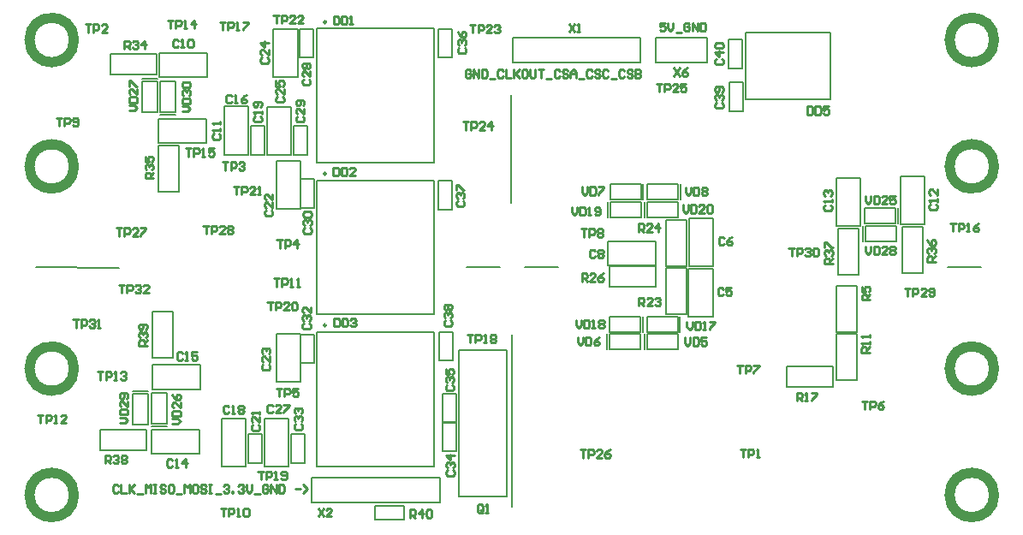
<source format=gbr>
%TF.GenerationSoftware,Altium Limited,Altium Designer,21.6.4 (81)*%
G04 Layer_Color=65535*
%FSLAX43Y43*%
%MOMM*%
%TF.SameCoordinates,C39744A4-4465-455E-AB15-BAA165A4C254*%
%TF.FilePolarity,Positive*%
%TF.FileFunction,Legend,Top*%
%TF.Part,Single*%
G01*
G75*
%TA.AperFunction,NonConductor*%
%ADD26C,0.254*%
%ADD31C,1.000*%
%ADD32C,0.200*%
D26*
X30137Y19775D02*
G03*
X30137Y19775I-112J0D01*
G01*
Y49775D02*
G03*
X30137Y49775I-112J0D01*
G01*
Y34775D02*
G03*
X30137Y34775I-112J0D01*
G01*
X63678Y49701D02*
X63144D01*
Y49301D01*
X63411Y49434D01*
X63544D01*
X63678Y49301D01*
Y49035D01*
X63544Y48901D01*
X63278D01*
X63144Y49035D01*
X63944Y49701D02*
Y49168D01*
X64211Y48901D01*
X64477Y49168D01*
Y49701D01*
X64744Y48768D02*
X65277D01*
X66077Y49568D02*
X65943Y49701D01*
X65677D01*
X65544Y49568D01*
Y49035D01*
X65677Y48901D01*
X65943D01*
X66077Y49035D01*
Y49301D01*
X65810D01*
X66343Y48901D02*
Y49701D01*
X66877Y48901D01*
Y49701D01*
X67143D02*
Y48901D01*
X67543D01*
X67676Y49035D01*
Y49568D01*
X67543Y49701D01*
X67143D01*
X44450Y44945D02*
X44316Y45078D01*
X44050D01*
X43917Y44945D01*
Y44412D01*
X44050Y44278D01*
X44316D01*
X44450Y44412D01*
Y44678D01*
X44183D01*
X44716Y44278D02*
Y45078D01*
X45250Y44278D01*
Y45078D01*
X45516D02*
Y44278D01*
X45916D01*
X46049Y44412D01*
Y44945D01*
X45916Y45078D01*
X45516D01*
X46316Y44145D02*
X46849D01*
X47649Y44945D02*
X47515Y45078D01*
X47249D01*
X47116Y44945D01*
Y44412D01*
X47249Y44278D01*
X47515D01*
X47649Y44412D01*
X47915Y45078D02*
Y44278D01*
X48448D01*
X48715Y45078D02*
Y44278D01*
Y44545D01*
X49248Y45078D01*
X48848Y44678D01*
X49248Y44278D01*
X49915Y45078D02*
X49648D01*
X49515Y44945D01*
Y44412D01*
X49648Y44278D01*
X49915D01*
X50048Y44412D01*
Y44945D01*
X49915Y45078D01*
X50315D02*
Y44412D01*
X50448Y44278D01*
X50714D01*
X50848Y44412D01*
Y45078D01*
X51114D02*
X51647D01*
X51381D01*
Y44278D01*
X51914Y44145D02*
X52447D01*
X53247Y44945D02*
X53114Y45078D01*
X52847D01*
X52714Y44945D01*
Y44412D01*
X52847Y44278D01*
X53114D01*
X53247Y44412D01*
X54047Y44945D02*
X53913Y45078D01*
X53647D01*
X53514Y44945D01*
Y44812D01*
X53647Y44678D01*
X53913D01*
X54047Y44545D01*
Y44412D01*
X53913Y44278D01*
X53647D01*
X53514Y44412D01*
X54313Y44278D02*
Y44812D01*
X54580Y45078D01*
X54846Y44812D01*
Y44278D01*
Y44678D01*
X54313D01*
X55113Y44145D02*
X55646D01*
X56446Y44945D02*
X56313Y45078D01*
X56046D01*
X55913Y44945D01*
Y44412D01*
X56046Y44278D01*
X56313D01*
X56446Y44412D01*
X57246Y44945D02*
X57112Y45078D01*
X56846D01*
X56712Y44945D01*
Y44812D01*
X56846Y44678D01*
X57112D01*
X57246Y44545D01*
Y44412D01*
X57112Y44278D01*
X56846D01*
X56712Y44412D01*
X58045Y44945D02*
X57912Y45078D01*
X57646D01*
X57512Y44945D01*
Y44412D01*
X57646Y44278D01*
X57912D01*
X58045Y44412D01*
X58312Y44145D02*
X58845D01*
X59645Y44945D02*
X59512Y45078D01*
X59245D01*
X59112Y44945D01*
Y44412D01*
X59245Y44278D01*
X59512D01*
X59645Y44412D01*
X60445Y44945D02*
X60311Y45078D01*
X60045D01*
X59911Y44945D01*
Y44812D01*
X60045Y44678D01*
X60311D01*
X60445Y44545D01*
Y44412D01*
X60311Y44278D01*
X60045D01*
X59911Y44412D01*
X60711Y45078D02*
Y44278D01*
X61111D01*
X61244Y44412D01*
Y44545D01*
X61111Y44678D01*
X60711D01*
X61111D01*
X61244Y44812D01*
Y44945D01*
X61111Y45078D01*
X60711D01*
X9601Y3873D02*
X9468Y4006D01*
X9201D01*
X9068Y3873D01*
Y3340D01*
X9201Y3207D01*
X9468D01*
X9601Y3340D01*
X9868Y4006D02*
Y3207D01*
X10401D01*
X10667Y4006D02*
Y3207D01*
Y3473D01*
X11200Y4006D01*
X10801Y3607D01*
X11200Y3207D01*
X11467Y3073D02*
X12000D01*
X12267Y3207D02*
Y4006D01*
X12533Y3740D01*
X12800Y4006D01*
Y3207D01*
X13067Y4006D02*
X13333D01*
X13200D01*
Y3207D01*
X13067D01*
X13333D01*
X14266Y3873D02*
X14133Y4006D01*
X13866D01*
X13733Y3873D01*
Y3740D01*
X13866Y3607D01*
X14133D01*
X14266Y3473D01*
Y3340D01*
X14133Y3207D01*
X13866D01*
X13733Y3340D01*
X14933Y4006D02*
X14666D01*
X14533Y3873D01*
Y3340D01*
X14666Y3207D01*
X14933D01*
X15066Y3340D01*
Y3873D01*
X14933Y4006D01*
X15332Y3073D02*
X15866D01*
X16132Y3207D02*
Y4006D01*
X16399Y3740D01*
X16665Y4006D01*
Y3207D01*
X17332Y4006D02*
X17065D01*
X16932Y3873D01*
Y3340D01*
X17065Y3207D01*
X17332D01*
X17465Y3340D01*
Y3873D01*
X17332Y4006D01*
X18265Y3873D02*
X18132Y4006D01*
X17865D01*
X17732Y3873D01*
Y3740D01*
X17865Y3607D01*
X18132D01*
X18265Y3473D01*
Y3340D01*
X18132Y3207D01*
X17865D01*
X17732Y3340D01*
X18531Y4006D02*
X18798D01*
X18665D01*
Y3207D01*
X18531D01*
X18798D01*
X19198Y3073D02*
X19731D01*
X19998Y3873D02*
X20131Y4006D01*
X20397D01*
X20531Y3873D01*
Y3740D01*
X20397Y3607D01*
X20264D01*
X20397D01*
X20531Y3473D01*
Y3340D01*
X20397Y3207D01*
X20131D01*
X19998Y3340D01*
X20797Y3207D02*
Y3340D01*
X20931D01*
Y3207D01*
X20797D01*
X21464Y3873D02*
X21597Y4006D01*
X21864D01*
X21997Y3873D01*
Y3740D01*
X21864Y3607D01*
X21730D01*
X21864D01*
X21997Y3473D01*
Y3340D01*
X21864Y3207D01*
X21597D01*
X21464Y3340D01*
X22264Y4006D02*
Y3473D01*
X22530Y3207D01*
X22797Y3473D01*
Y4006D01*
X23063Y3073D02*
X23596D01*
X24396Y3873D02*
X24263Y4006D01*
X23996D01*
X23863Y3873D01*
Y3340D01*
X23996Y3207D01*
X24263D01*
X24396Y3340D01*
Y3607D01*
X24130D01*
X24663Y3207D02*
Y4006D01*
X25196Y3207D01*
Y4006D01*
X25463D02*
Y3207D01*
X25862D01*
X25996Y3340D01*
Y3873D01*
X25862Y4006D01*
X25463D01*
X27062Y3607D02*
X27595D01*
X27862Y3207D02*
X28262Y3607D01*
X27862Y4006D01*
X9660Y23776D02*
X10193D01*
X9927D01*
Y22976D01*
X10460D02*
Y23776D01*
X10860D01*
X10993Y23642D01*
Y23376D01*
X10860Y23243D01*
X10460D01*
X11260Y23642D02*
X11393Y23776D01*
X11660D01*
X11793Y23642D01*
Y23509D01*
X11660Y23376D01*
X11526D01*
X11660D01*
X11793Y23243D01*
Y23109D01*
X11660Y22976D01*
X11393D01*
X11260Y23109D01*
X12593Y22976D02*
X12059D01*
X12593Y23509D01*
Y23642D01*
X12459Y23776D01*
X12193D01*
X12059Y23642D01*
X5119Y20339D02*
X5652D01*
X5385D01*
Y19539D01*
X5918D02*
Y20339D01*
X6318D01*
X6452Y20206D01*
Y19939D01*
X6318Y19806D01*
X5918D01*
X6718Y20206D02*
X6851Y20339D01*
X7118D01*
X7251Y20206D01*
Y20072D01*
X7118Y19939D01*
X6985D01*
X7118D01*
X7251Y19806D01*
Y19672D01*
X7118Y19539D01*
X6851D01*
X6718Y19672D01*
X7518Y19539D02*
X7785D01*
X7651D01*
Y20339D01*
X7518Y20206D01*
X75902Y27425D02*
X76435D01*
X76169D01*
Y26626D01*
X76702D02*
Y27425D01*
X77102D01*
X77235Y27292D01*
Y27026D01*
X77102Y26892D01*
X76702D01*
X77502Y27292D02*
X77635Y27425D01*
X77902D01*
X78035Y27292D01*
Y27159D01*
X77902Y27026D01*
X77768D01*
X77902D01*
X78035Y26892D01*
Y26759D01*
X77902Y26626D01*
X77635D01*
X77502Y26759D01*
X78301Y27292D02*
X78435Y27425D01*
X78701D01*
X78835Y27292D01*
Y26759D01*
X78701Y26626D01*
X78435D01*
X78301Y26759D01*
Y27292D01*
X87358Y23463D02*
X87891D01*
X87624D01*
Y22663D01*
X88157D02*
Y23463D01*
X88557D01*
X88691Y23330D01*
Y23063D01*
X88557Y22930D01*
X88157D01*
X89490Y22663D02*
X88957D01*
X89490Y23196D01*
Y23330D01*
X89357Y23463D01*
X89090D01*
X88957Y23330D01*
X89757Y22797D02*
X89890Y22663D01*
X90157D01*
X90290Y22797D01*
Y23330D01*
X90157Y23463D01*
X89890D01*
X89757Y23330D01*
Y23196D01*
X89890Y23063D01*
X90290D01*
X17990Y29635D02*
X18523D01*
X18257D01*
Y28836D01*
X18790D02*
Y29635D01*
X19190D01*
X19323Y29502D01*
Y29235D01*
X19190Y29102D01*
X18790D01*
X20123Y28836D02*
X19590D01*
X20123Y29369D01*
Y29502D01*
X19990Y29635D01*
X19723D01*
X19590Y29502D01*
X20389D02*
X20523Y29635D01*
X20789D01*
X20923Y29502D01*
Y29369D01*
X20789Y29235D01*
X20923Y29102D01*
Y28969D01*
X20789Y28836D01*
X20523D01*
X20389Y28969D01*
Y29102D01*
X20523Y29235D01*
X20389Y29369D01*
Y29502D01*
X20523Y29235D02*
X20789D01*
X9388Y29405D02*
X9921D01*
X9655D01*
Y28605D01*
X10188D02*
Y29405D01*
X10588D01*
X10721Y29272D01*
Y29005D01*
X10588Y28872D01*
X10188D01*
X11521Y28605D02*
X10987D01*
X11521Y29138D01*
Y29272D01*
X11387Y29405D01*
X11121D01*
X10987Y29272D01*
X11787Y29405D02*
X12320D01*
Y29272D01*
X11787Y28738D01*
Y28605D01*
X55287Y7490D02*
X55820D01*
X55554D01*
Y6690D01*
X56087D02*
Y7490D01*
X56487D01*
X56620Y7357D01*
Y7090D01*
X56487Y6957D01*
X56087D01*
X57420Y6690D02*
X56887D01*
X57420Y7224D01*
Y7357D01*
X57286Y7490D01*
X57020D01*
X56887Y7357D01*
X58220Y7490D02*
X57953Y7357D01*
X57686Y7090D01*
Y6824D01*
X57820Y6690D01*
X58086D01*
X58220Y6824D01*
Y6957D01*
X58086Y7090D01*
X57686D01*
X62817Y43664D02*
X63350D01*
X63084D01*
Y42864D01*
X63617D02*
Y43664D01*
X64017D01*
X64150Y43531D01*
Y43264D01*
X64017Y43131D01*
X63617D01*
X64950Y42864D02*
X64417D01*
X64950Y43398D01*
Y43531D01*
X64816Y43664D01*
X64550D01*
X64417Y43531D01*
X65749Y43664D02*
X65216D01*
Y43264D01*
X65483Y43398D01*
X65616D01*
X65749Y43264D01*
Y42998D01*
X65616Y42864D01*
X65350D01*
X65216Y42998D01*
X43695Y39900D02*
X44228D01*
X43962D01*
Y39100D01*
X44495D02*
Y39900D01*
X44895D01*
X45028Y39767D01*
Y39500D01*
X44895Y39367D01*
X44495D01*
X45828Y39100D02*
X45294D01*
X45828Y39633D01*
Y39767D01*
X45694Y39900D01*
X45428D01*
X45294Y39767D01*
X46494Y39100D02*
Y39900D01*
X46094Y39500D01*
X46627D01*
X44381Y49503D02*
X44914D01*
X44647D01*
Y48703D01*
X45181D02*
Y49503D01*
X45580D01*
X45714Y49369D01*
Y49103D01*
X45580Y48970D01*
X45181D01*
X46513Y48703D02*
X45980D01*
X46513Y49236D01*
Y49369D01*
X46380Y49503D01*
X46114D01*
X45980Y49369D01*
X46780D02*
X46913Y49503D01*
X47180D01*
X47313Y49369D01*
Y49236D01*
X47180Y49103D01*
X47047D01*
X47180D01*
X47313Y48970D01*
Y48836D01*
X47180Y48703D01*
X46913D01*
X46780Y48836D01*
X24933Y50438D02*
X25466D01*
X25200D01*
Y49638D01*
X25733D02*
Y50438D01*
X26133D01*
X26266Y50305D01*
Y50038D01*
X26133Y49905D01*
X25733D01*
X27066Y49638D02*
X26533D01*
X27066Y50171D01*
Y50305D01*
X26933Y50438D01*
X26666D01*
X26533Y50305D01*
X27866Y49638D02*
X27333D01*
X27866Y50171D01*
Y50305D01*
X27732Y50438D01*
X27466D01*
X27333Y50305D01*
X20987Y33502D02*
X21520D01*
X21254D01*
Y32703D01*
X21787D02*
Y33502D01*
X22187D01*
X22320Y33369D01*
Y33103D01*
X22187Y32969D01*
X21787D01*
X23120Y32703D02*
X22587D01*
X23120Y33236D01*
Y33369D01*
X22987Y33502D01*
X22720D01*
X22587Y33369D01*
X23386Y32703D02*
X23653D01*
X23520D01*
Y33502D01*
X23386Y33369D01*
X24336Y22066D02*
X24869D01*
X24603D01*
Y21266D01*
X25136D02*
Y22066D01*
X25536D01*
X25669Y21933D01*
Y21666D01*
X25536Y21533D01*
X25136D01*
X26469Y21266D02*
X25936D01*
X26469Y21799D01*
Y21933D01*
X26336Y22066D01*
X26069D01*
X25936Y21933D01*
X26735D02*
X26869Y22066D01*
X27135D01*
X27269Y21933D01*
Y21400D01*
X27135Y21266D01*
X26869D01*
X26735Y21400D01*
Y21933D01*
X23416Y5336D02*
X23949D01*
X23683D01*
Y4536D01*
X24216D02*
Y5336D01*
X24616D01*
X24749Y5202D01*
Y4936D01*
X24616Y4802D01*
X24216D01*
X25016Y4536D02*
X25282D01*
X25149D01*
Y5336D01*
X25016Y5202D01*
X25682Y4669D02*
X25815Y4536D01*
X26082D01*
X26215Y4669D01*
Y5202D01*
X26082Y5336D01*
X25815D01*
X25682Y5202D01*
Y5069D01*
X25815Y4936D01*
X26215D01*
X44121Y18862D02*
X44654D01*
X44388D01*
Y18062D01*
X44921D02*
Y18862D01*
X45321D01*
X45454Y18728D01*
Y18462D01*
X45321Y18329D01*
X44921D01*
X45721Y18062D02*
X45987D01*
X45854D01*
Y18862D01*
X45721Y18728D01*
X46387D02*
X46520Y18862D01*
X46787D01*
X46920Y18728D01*
Y18595D01*
X46787Y18462D01*
X46920Y18329D01*
Y18195D01*
X46787Y18062D01*
X46520D01*
X46387Y18195D01*
Y18329D01*
X46520Y18462D01*
X46387Y18595D01*
Y18728D01*
X46520Y18462D02*
X46787D01*
X19632Y49777D02*
X20165D01*
X19898D01*
Y48978D01*
X20431D02*
Y49777D01*
X20831D01*
X20965Y49644D01*
Y49378D01*
X20831Y49244D01*
X20431D01*
X21231Y48978D02*
X21498D01*
X21364D01*
Y49777D01*
X21231Y49644D01*
X21898Y49777D02*
X22431D01*
Y49644D01*
X21898Y49111D01*
Y48978D01*
X91895Y29854D02*
X92428D01*
X92161D01*
Y29054D01*
X92694D02*
Y29854D01*
X93094D01*
X93228Y29720D01*
Y29454D01*
X93094Y29321D01*
X92694D01*
X93494Y29054D02*
X93761D01*
X93627D01*
Y29854D01*
X93494Y29720D01*
X94694Y29854D02*
X94427Y29720D01*
X94161Y29454D01*
Y29187D01*
X94294Y29054D01*
X94560D01*
X94694Y29187D01*
Y29321D01*
X94560Y29454D01*
X94161D01*
X16263Y37294D02*
X16796D01*
X16530D01*
Y36495D01*
X17063D02*
Y37294D01*
X17463D01*
X17596Y37161D01*
Y36894D01*
X17463Y36761D01*
X17063D01*
X17863Y36495D02*
X18129D01*
X17996D01*
Y37294D01*
X17863Y37161D01*
X19062Y37294D02*
X18529D01*
Y36894D01*
X18796Y37028D01*
X18929D01*
X19062Y36894D01*
Y36628D01*
X18929Y36495D01*
X18662D01*
X18529Y36628D01*
X14478Y49947D02*
X15012D01*
X14745D01*
Y49147D01*
X15278D02*
Y49947D01*
X15678D01*
X15811Y49814D01*
Y49547D01*
X15678Y49414D01*
X15278D01*
X16078Y49147D02*
X16345D01*
X16211D01*
Y49947D01*
X16078Y49814D01*
X17144Y49147D02*
Y49947D01*
X16744Y49547D01*
X17278D01*
X7548Y15205D02*
X8082D01*
X7815D01*
Y14405D01*
X8348D02*
Y15205D01*
X8748D01*
X8881Y15072D01*
Y14805D01*
X8748Y14672D01*
X8348D01*
X9148Y14405D02*
X9414D01*
X9281D01*
Y15205D01*
X9148Y15072D01*
X9814D02*
X9948Y15205D01*
X10214D01*
X10347Y15072D01*
Y14939D01*
X10214Y14805D01*
X10081D01*
X10214D01*
X10347Y14672D01*
Y14539D01*
X10214Y14405D01*
X9948D01*
X9814Y14539D01*
X1629Y10915D02*
X2162D01*
X1896D01*
Y10116D01*
X2429D02*
Y10915D01*
X2829D01*
X2962Y10782D01*
Y10515D01*
X2829Y10382D01*
X2429D01*
X3229Y10116D02*
X3495D01*
X3362D01*
Y10915D01*
X3229Y10782D01*
X4428Y10116D02*
X3895D01*
X4428Y10649D01*
Y10782D01*
X4295Y10915D01*
X4028D01*
X3895Y10782D01*
X24972Y24403D02*
X25505D01*
X25239D01*
Y23603D01*
X25772D02*
Y24403D01*
X26172D01*
X26305Y24270D01*
Y24003D01*
X26172Y23870D01*
X25772D01*
X26571Y23603D02*
X26838D01*
X26705D01*
Y24403D01*
X26571Y24270D01*
X27238Y23603D02*
X27504D01*
X27371D01*
Y24403D01*
X27238Y24270D01*
X19708Y1695D02*
X20241D01*
X19974D01*
Y896D01*
X20508D02*
Y1695D01*
X20907D01*
X21041Y1562D01*
Y1295D01*
X20907Y1162D01*
X20508D01*
X21307Y896D02*
X21574D01*
X21441D01*
Y1695D01*
X21307Y1562D01*
X21974D02*
X22107Y1695D01*
X22374D01*
X22507Y1562D01*
Y1029D01*
X22374Y896D01*
X22107D01*
X21974Y1029D01*
Y1562D01*
X3480Y40296D02*
X4013D01*
X3747D01*
Y39497D01*
X4280D02*
Y40296D01*
X4680D01*
X4813Y40163D01*
Y39896D01*
X4680Y39763D01*
X4280D01*
X5080Y39630D02*
X5213Y39497D01*
X5480D01*
X5613Y39630D01*
Y40163D01*
X5480Y40296D01*
X5213D01*
X5080Y40163D01*
Y40030D01*
X5213Y39896D01*
X5613D01*
X55372Y29330D02*
X55906D01*
X55639D01*
Y28531D01*
X56172D02*
Y29330D01*
X56572D01*
X56705Y29197D01*
Y28931D01*
X56572Y28797D01*
X56172D01*
X56972Y29197D02*
X57105Y29330D01*
X57372D01*
X57505Y29197D01*
Y29064D01*
X57372Y28931D01*
X57505Y28797D01*
Y28664D01*
X57372Y28531D01*
X57105D01*
X56972Y28664D01*
Y28797D01*
X57105Y28931D01*
X56972Y29064D01*
Y29197D01*
X57105Y28931D02*
X57372D01*
X70816Y15843D02*
X71349D01*
X71082D01*
Y15043D01*
X71615D02*
Y15843D01*
X72015D01*
X72149Y15710D01*
Y15443D01*
X72015Y15310D01*
X71615D01*
X72415Y15843D02*
X72948D01*
Y15710D01*
X72415Y15177D01*
Y15043D01*
X83135Y12287D02*
X83668D01*
X83401D01*
Y11487D01*
X83934D02*
Y12287D01*
X84334D01*
X84468Y12154D01*
Y11887D01*
X84334Y11754D01*
X83934D01*
X85267Y12287D02*
X85001Y12154D01*
X84734Y11887D01*
Y11621D01*
X84867Y11487D01*
X85134D01*
X85267Y11621D01*
Y11754D01*
X85134Y11887D01*
X84734D01*
X25241Y13521D02*
X25774D01*
X25507D01*
Y12721D01*
X26040D02*
Y13521D01*
X26440D01*
X26574Y13387D01*
Y13121D01*
X26440Y12988D01*
X26040D01*
X27373Y13521D02*
X26840D01*
Y13121D01*
X27107Y13254D01*
X27240D01*
X27373Y13121D01*
Y12854D01*
X27240Y12721D01*
X26973D01*
X26840Y12854D01*
X25272Y28213D02*
X25805D01*
X25539D01*
Y27413D01*
X26072D02*
Y28213D01*
X26472D01*
X26605Y28080D01*
Y27813D01*
X26472Y27680D01*
X26072D01*
X27272Y27413D02*
Y28213D01*
X26872Y27813D01*
X27405D01*
X19910Y35919D02*
X20443D01*
X20177D01*
Y35119D01*
X20710D02*
Y35919D01*
X21110D01*
X21243Y35786D01*
Y35519D01*
X21110Y35386D01*
X20710D01*
X21510Y35786D02*
X21643Y35919D01*
X21910D01*
X22043Y35786D01*
Y35653D01*
X21910Y35519D01*
X21776D01*
X21910D01*
X22043Y35386D01*
Y35253D01*
X21910Y35119D01*
X21643D01*
X21510Y35253D01*
X6325Y49552D02*
X6858D01*
X6592D01*
Y48752D01*
X7125D02*
Y49552D01*
X7525D01*
X7658Y49419D01*
Y49152D01*
X7525Y49019D01*
X7125D01*
X8458Y48752D02*
X7925D01*
X8458Y49285D01*
Y49419D01*
X8324Y49552D01*
X8058D01*
X7925Y49419D01*
X71101Y7547D02*
X71635D01*
X71368D01*
Y6748D01*
X71901D02*
Y7547D01*
X72301D01*
X72434Y7414D01*
Y7147D01*
X72301Y7014D01*
X71901D01*
X72701Y6748D02*
X72967D01*
X72834D01*
Y7547D01*
X72701Y7414D01*
X64561Y45231D02*
X65094Y44431D01*
Y45231D02*
X64561Y44431D01*
X65894Y45231D02*
X65627Y45098D01*
X65360Y44831D01*
Y44564D01*
X65494Y44431D01*
X65760D01*
X65894Y44564D01*
Y44698D01*
X65760Y44831D01*
X65360D01*
X77724Y41446D02*
Y40647D01*
X78124D01*
X78258Y40780D01*
Y41313D01*
X78124Y41446D01*
X77724D01*
X78524D02*
Y40647D01*
X78924D01*
X79057Y40780D01*
Y41313D01*
X78924Y41446D01*
X78524D01*
X79857D02*
X79324D01*
Y41046D01*
X79591Y41180D01*
X79724D01*
X79857Y41046D01*
Y40780D01*
X79724Y40647D01*
X79457D01*
X79324Y40780D01*
X68745Y46127D02*
X68612Y45993D01*
Y45727D01*
X68745Y45593D01*
X69278D01*
X69412Y45727D01*
Y45993D01*
X69278Y46127D01*
X69412Y46793D02*
X68612D01*
X69012Y46393D01*
Y46926D01*
X68745Y47193D02*
X68612Y47326D01*
Y47593D01*
X68745Y47726D01*
X69278D01*
X69412Y47593D01*
Y47326D01*
X69278Y47193D01*
X68745D01*
Y41783D02*
X68612Y41650D01*
Y41383D01*
X68745Y41250D01*
X69278D01*
X69412Y41383D01*
Y41650D01*
X69278Y41783D01*
X68745Y42050D02*
X68612Y42183D01*
Y42450D01*
X68745Y42583D01*
X68879D01*
X69012Y42450D01*
Y42316D01*
Y42450D01*
X69145Y42583D01*
X69278D01*
X69412Y42450D01*
Y42183D01*
X69278Y42050D01*
Y42850D02*
X69412Y42983D01*
Y43249D01*
X69278Y43383D01*
X68745D01*
X68612Y43249D01*
Y42983D01*
X68745Y42850D01*
X68879D01*
X69012Y42983D01*
Y43383D01*
X41923Y20254D02*
X41790Y20121D01*
Y19854D01*
X41923Y19721D01*
X42456D01*
X42590Y19854D01*
Y20121D01*
X42456Y20254D01*
X41923Y20521D02*
X41790Y20654D01*
Y20921D01*
X41923Y21054D01*
X42056D01*
X42190Y20921D01*
Y20787D01*
Y20921D01*
X42323Y21054D01*
X42456D01*
X42590Y20921D01*
Y20654D01*
X42456Y20521D01*
X41923Y21321D02*
X41790Y21454D01*
Y21721D01*
X41923Y21854D01*
X42056D01*
X42190Y21721D01*
X42323Y21854D01*
X42456D01*
X42590Y21721D01*
Y21454D01*
X42456Y21321D01*
X42323D01*
X42190Y21454D01*
X42056Y21321D01*
X41923D01*
X42190Y21454D02*
Y21721D01*
X43148Y32088D02*
X43015Y31955D01*
Y31688D01*
X43148Y31555D01*
X43681D01*
X43815Y31688D01*
Y31955D01*
X43681Y32088D01*
X43148Y32355D02*
X43015Y32488D01*
Y32755D01*
X43148Y32888D01*
X43281D01*
X43415Y32755D01*
Y32621D01*
Y32755D01*
X43548Y32888D01*
X43681D01*
X43815Y32755D01*
Y32488D01*
X43681Y32355D01*
X43015Y33154D02*
Y33688D01*
X43148D01*
X43681Y33154D01*
X43815D01*
X43300Y47221D02*
X43167Y47088D01*
Y46821D01*
X43300Y46688D01*
X43834D01*
X43967Y46821D01*
Y47088D01*
X43834Y47221D01*
X43300Y47487D02*
X43167Y47621D01*
Y47887D01*
X43300Y48021D01*
X43434D01*
X43567Y47887D01*
Y47754D01*
Y47887D01*
X43700Y48021D01*
X43834D01*
X43967Y47887D01*
Y47621D01*
X43834Y47487D01*
X43167Y48820D02*
X43300Y48554D01*
X43567Y48287D01*
X43834D01*
X43967Y48420D01*
Y48687D01*
X43834Y48820D01*
X43700D01*
X43567Y48687D01*
Y48287D01*
X29359Y1669D02*
X29892Y869D01*
Y1669D02*
X29359Y869D01*
X30691D02*
X30158D01*
X30691Y1403D01*
Y1536D01*
X30558Y1669D01*
X30292D01*
X30158Y1536D01*
X54178Y49600D02*
X54712Y48800D01*
Y49600D02*
X54178Y48800D01*
X54978D02*
X55245D01*
X55111D01*
Y49600D01*
X54978Y49466D01*
X15908Y40908D02*
X16441D01*
X16708Y41175D01*
X16441Y41441D01*
X15908D01*
Y41708D02*
X16708D01*
Y42108D01*
X16575Y42241D01*
X16041D01*
X15908Y42108D01*
Y41708D01*
X16041Y42508D02*
X15908Y42641D01*
Y42907D01*
X16041Y43041D01*
X16175D01*
X16308Y42907D01*
Y42774D01*
Y42907D01*
X16441Y43041D01*
X16575D01*
X16708Y42907D01*
Y42641D01*
X16575Y42508D01*
X16041Y43307D02*
X15908Y43441D01*
Y43707D01*
X16041Y43840D01*
X16575D01*
X16708Y43707D01*
Y43441D01*
X16575Y43307D01*
X16041D01*
X9735Y10142D02*
X10268D01*
X10534Y10408D01*
X10268Y10675D01*
X9735D01*
Y10941D02*
X10534D01*
Y11341D01*
X10401Y11475D01*
X9868D01*
X9735Y11341D01*
Y10941D01*
X10534Y12274D02*
Y11741D01*
X10001Y12274D01*
X9868D01*
X9735Y12141D01*
Y11874D01*
X9868Y11741D01*
X10401Y12541D02*
X10534Y12674D01*
Y12941D01*
X10401Y13074D01*
X9868D01*
X9735Y12941D01*
Y12674D01*
X9868Y12541D01*
X10001D01*
X10135Y12674D01*
Y13074D01*
X83494Y27603D02*
Y27070D01*
X83761Y26804D01*
X84027Y27070D01*
Y27603D01*
X84294D02*
Y26804D01*
X84694D01*
X84827Y26937D01*
Y27470D01*
X84694Y27603D01*
X84294D01*
X85627Y26804D02*
X85094D01*
X85627Y27337D01*
Y27470D01*
X85493Y27603D01*
X85227D01*
X85094Y27470D01*
X85893D02*
X86027Y27603D01*
X86293D01*
X86426Y27470D01*
Y27337D01*
X86293Y27203D01*
X86426Y27070D01*
Y26937D01*
X86293Y26804D01*
X86027D01*
X85893Y26937D01*
Y27070D01*
X86027Y27203D01*
X85893Y27337D01*
Y27470D01*
X86027Y27203D02*
X86293D01*
X10667Y41024D02*
X11200D01*
X11466Y41291D01*
X11200Y41557D01*
X10667D01*
Y41824D02*
X11466D01*
Y42224D01*
X11333Y42357D01*
X10800D01*
X10667Y42224D01*
Y41824D01*
X11466Y43157D02*
Y42624D01*
X10933Y43157D01*
X10800D01*
X10667Y43023D01*
Y42757D01*
X10800Y42624D01*
X10667Y43423D02*
Y43957D01*
X10800D01*
X11333Y43423D01*
X11466D01*
X14913Y10022D02*
X15446D01*
X15713Y10288D01*
X15446Y10555D01*
X14913D01*
Y10822D02*
X15713D01*
Y11221D01*
X15580Y11355D01*
X15046D01*
X14913Y11221D01*
Y10822D01*
X15713Y12154D02*
Y11621D01*
X15180Y12154D01*
X15046D01*
X14913Y12021D01*
Y11755D01*
X15046Y11621D01*
X14913Y12954D02*
X15046Y12688D01*
X15313Y12421D01*
X15580D01*
X15713Y12554D01*
Y12821D01*
X15580Y12954D01*
X15446D01*
X15313Y12821D01*
Y12421D01*
X83494Y32582D02*
Y32049D01*
X83761Y31782D01*
X84027Y32049D01*
Y32582D01*
X84294D02*
Y31782D01*
X84694D01*
X84827Y31915D01*
Y32448D01*
X84694Y32582D01*
X84294D01*
X85627Y31782D02*
X85094D01*
X85627Y32315D01*
Y32448D01*
X85493Y32582D01*
X85227D01*
X85094Y32448D01*
X86426Y32582D02*
X85893D01*
Y32182D01*
X86160Y32315D01*
X86293D01*
X86426Y32182D01*
Y31915D01*
X86293Y31782D01*
X86027D01*
X85893Y31915D01*
X65412Y31693D02*
Y31160D01*
X65679Y30893D01*
X65945Y31160D01*
Y31693D01*
X66212D02*
Y30893D01*
X66612D01*
X66745Y31026D01*
Y31559D01*
X66612Y31693D01*
X66212D01*
X67545Y30893D02*
X67011D01*
X67545Y31426D01*
Y31559D01*
X67411Y31693D01*
X67145D01*
X67011Y31559D01*
X67811D02*
X67945Y31693D01*
X68211D01*
X68344Y31559D01*
Y31026D01*
X68211Y30893D01*
X67945D01*
X67811Y31026D01*
Y31559D01*
X54441Y31465D02*
Y30932D01*
X54707Y30665D01*
X54974Y30932D01*
Y31465D01*
X55241D02*
Y30665D01*
X55640D01*
X55774Y30798D01*
Y31332D01*
X55640Y31465D01*
X55241D01*
X56040Y30665D02*
X56307D01*
X56174D01*
Y31465D01*
X56040Y31332D01*
X56707Y30798D02*
X56840Y30665D01*
X57107D01*
X57240Y30798D01*
Y31332D01*
X57107Y31465D01*
X56840D01*
X56707Y31332D01*
Y31198D01*
X56840Y31065D01*
X57240D01*
X54836Y20313D02*
Y19780D01*
X55103Y19514D01*
X55369Y19780D01*
Y20313D01*
X55636D02*
Y19514D01*
X56036D01*
X56169Y19647D01*
Y20180D01*
X56036Y20313D01*
X55636D01*
X56436Y19514D02*
X56702D01*
X56569D01*
Y20313D01*
X56436Y20180D01*
X57102D02*
X57235Y20313D01*
X57502D01*
X57635Y20180D01*
Y20047D01*
X57502Y19914D01*
X57635Y19780D01*
Y19647D01*
X57502Y19514D01*
X57235D01*
X57102Y19647D01*
Y19780D01*
X57235Y19914D01*
X57102Y20047D01*
Y20180D01*
X57235Y19914D02*
X57502D01*
X65824Y20163D02*
Y19630D01*
X66090Y19363D01*
X66357Y19630D01*
Y20163D01*
X66624D02*
Y19363D01*
X67023D01*
X67157Y19497D01*
Y20030D01*
X67023Y20163D01*
X66624D01*
X67423Y19363D02*
X67690D01*
X67557D01*
Y20163D01*
X67423Y20030D01*
X68090Y20163D02*
X68623D01*
Y20030D01*
X68090Y19497D01*
Y19363D01*
X65685Y33445D02*
Y32912D01*
X65951Y32646D01*
X66218Y32912D01*
Y33445D01*
X66485D02*
Y32646D01*
X66884D01*
X67018Y32779D01*
Y33312D01*
X66884Y33445D01*
X66485D01*
X67284Y33312D02*
X67418Y33445D01*
X67684D01*
X67818Y33312D01*
Y33179D01*
X67684Y33045D01*
X67818Y32912D01*
Y32779D01*
X67684Y32646D01*
X67418D01*
X67284Y32779D01*
Y32912D01*
X67418Y33045D01*
X67284Y33179D01*
Y33312D01*
X67418Y33045D02*
X67684D01*
X55446Y33471D02*
Y32937D01*
X55712Y32671D01*
X55979Y32937D01*
Y33471D01*
X56245D02*
Y32671D01*
X56645D01*
X56779Y32804D01*
Y33337D01*
X56645Y33471D01*
X56245D01*
X57045D02*
X57578D01*
Y33337D01*
X57045Y32804D01*
Y32671D01*
X55017Y18596D02*
Y18063D01*
X55283Y17796D01*
X55550Y18063D01*
Y18596D01*
X55817D02*
Y17796D01*
X56216D01*
X56350Y17929D01*
Y18462D01*
X56216Y18596D01*
X55817D01*
X57150D02*
X56883Y18462D01*
X56616Y18196D01*
Y17929D01*
X56750Y17796D01*
X57016D01*
X57150Y17929D01*
Y18063D01*
X57016Y18196D01*
X56616D01*
X65634Y18561D02*
Y18028D01*
X65901Y17761D01*
X66167Y18028D01*
Y18561D01*
X66434D02*
Y17761D01*
X66834D01*
X66967Y17894D01*
Y18428D01*
X66834Y18561D01*
X66434D01*
X67767D02*
X67234D01*
Y18161D01*
X67500Y18294D01*
X67633D01*
X67767Y18161D01*
Y17894D01*
X67633Y17761D01*
X67367D01*
X67234Y17894D01*
X45644Y1403D02*
Y1936D01*
X45511Y2069D01*
X45244D01*
X45111Y1936D01*
Y1403D01*
X45244Y1269D01*
X45511D01*
X45377Y1536D02*
X45644Y1269D01*
X45511D02*
X45644Y1403D01*
X45910Y1269D02*
X46177D01*
X46044D01*
Y2069D01*
X45910Y1936D01*
X30938Y20466D02*
Y19666D01*
X31338D01*
X31471Y19799D01*
Y20333D01*
X31338Y20466D01*
X30938D01*
X31737D02*
Y19666D01*
X32137D01*
X32271Y19799D01*
Y20333D01*
X32137Y20466D01*
X31737D01*
X32537Y20333D02*
X32670Y20466D01*
X32937D01*
X33070Y20333D01*
Y20199D01*
X32937Y20066D01*
X32804D01*
X32937D01*
X33070Y19933D01*
Y19799D01*
X32937Y19666D01*
X32670D01*
X32537Y19799D01*
X30861Y35372D02*
Y34572D01*
X31261D01*
X31395Y34706D01*
Y35239D01*
X31261Y35372D01*
X30861D01*
X31661D02*
Y34572D01*
X32061D01*
X32194Y34706D01*
Y35239D01*
X32061Y35372D01*
X31661D01*
X32994Y34572D02*
X32461D01*
X32994Y35106D01*
Y35239D01*
X32861Y35372D01*
X32594D01*
X32461Y35239D01*
X30868Y50347D02*
Y49547D01*
X31268D01*
X31401Y49680D01*
Y50213D01*
X31268Y50347D01*
X30868D01*
X31668D02*
Y49547D01*
X32067D01*
X32201Y49680D01*
Y50213D01*
X32067Y50347D01*
X31668D01*
X32467Y49547D02*
X32734D01*
X32601D01*
Y50347D01*
X32467Y50213D01*
X12427Y17776D02*
X11628D01*
Y18176D01*
X11761Y18309D01*
X12028D01*
X12161Y18176D01*
Y17776D01*
Y18042D02*
X12427Y18309D01*
X11761Y18576D02*
X11628Y18709D01*
Y18976D01*
X11761Y19109D01*
X11894D01*
X12028Y18976D01*
Y18842D01*
Y18976D01*
X12161Y19109D01*
X12294D01*
X12427Y18976D01*
Y18709D01*
X12294Y18576D01*
Y19375D02*
X12427Y19509D01*
Y19775D01*
X12294Y19909D01*
X11761D01*
X11628Y19775D01*
Y19509D01*
X11761Y19375D01*
X11894D01*
X12028Y19509D01*
Y19909D01*
X90391Y26086D02*
X89591D01*
Y26486D01*
X89725Y26619D01*
X89991D01*
X90124Y26486D01*
Y26086D01*
Y26353D02*
X90391Y26619D01*
X89725Y26886D02*
X89591Y27019D01*
Y27286D01*
X89725Y27419D01*
X89858D01*
X89991Y27286D01*
Y27153D01*
Y27286D01*
X90124Y27419D01*
X90258D01*
X90391Y27286D01*
Y27019D01*
X90258Y26886D01*
X89591Y28219D02*
X89725Y27952D01*
X89991Y27686D01*
X90258D01*
X90391Y27819D01*
Y28086D01*
X90258Y28219D01*
X90124D01*
X89991Y28086D01*
Y27686D01*
X80231Y25883D02*
X79431D01*
Y26283D01*
X79565Y26416D01*
X79831D01*
X79964Y26283D01*
Y25883D01*
Y26150D02*
X80231Y26416D01*
X79565Y26683D02*
X79431Y26816D01*
Y27083D01*
X79565Y27216D01*
X79698D01*
X79831Y27083D01*
Y26949D01*
Y27083D01*
X79964Y27216D01*
X80098D01*
X80231Y27083D01*
Y26816D01*
X80098Y26683D01*
X79431Y27483D02*
Y28016D01*
X79565D01*
X80098Y27483D01*
X80231D01*
X83926Y22297D02*
X83127D01*
Y22697D01*
X83260Y22831D01*
X83526D01*
X83660Y22697D01*
Y22297D01*
Y22564D02*
X83926Y22831D01*
X83127Y23630D02*
Y23097D01*
X83526D01*
X83393Y23364D01*
Y23497D01*
X83526Y23630D01*
X83793D01*
X83926Y23497D01*
Y23230D01*
X83793Y23097D01*
X61037Y29039D02*
Y29838D01*
X61437D01*
X61570Y29705D01*
Y29439D01*
X61437Y29305D01*
X61037D01*
X61303D02*
X61570Y29039D01*
X62370D02*
X61836D01*
X62370Y29572D01*
Y29705D01*
X62236Y29838D01*
X61970D01*
X61836Y29705D01*
X63036Y29039D02*
Y29838D01*
X62636Y29439D01*
X63169D01*
X38456Y743D02*
Y1543D01*
X38856D01*
X38989Y1410D01*
Y1143D01*
X38856Y1010D01*
X38456D01*
X38723D02*
X38989Y743D01*
X39656D02*
Y1543D01*
X39256Y1143D01*
X39789D01*
X40056Y1410D02*
X40189Y1543D01*
X40455D01*
X40589Y1410D01*
Y876D01*
X40455Y743D01*
X40189D01*
X40056Y876D01*
Y1410D01*
X55424Y24137D02*
Y24936D01*
X55824D01*
X55957Y24803D01*
Y24536D01*
X55824Y24403D01*
X55424D01*
X55690D02*
X55957Y24137D01*
X56757D02*
X56224D01*
X56757Y24670D01*
Y24803D01*
X56624Y24936D01*
X56357D01*
X56224Y24803D01*
X57557Y24936D02*
X57290Y24803D01*
X57023Y24536D01*
Y24270D01*
X57157Y24137D01*
X57423D01*
X57557Y24270D01*
Y24403D01*
X57423Y24536D01*
X57023D01*
X61062Y21724D02*
Y22523D01*
X61462D01*
X61595Y22390D01*
Y22123D01*
X61462Y21990D01*
X61062D01*
X61329D02*
X61595Y21724D01*
X62395D02*
X61862D01*
X62395Y22257D01*
Y22390D01*
X62262Y22523D01*
X61995D01*
X61862Y22390D01*
X62662D02*
X62795Y22523D01*
X63061D01*
X63195Y22390D01*
Y22257D01*
X63061Y22123D01*
X62928D01*
X63061D01*
X63195Y21990D01*
Y21857D01*
X63061Y21724D01*
X62795D01*
X62662Y21857D01*
X8281Y6120D02*
Y6920D01*
X8681D01*
X8814Y6787D01*
Y6520D01*
X8681Y6387D01*
X8281D01*
X8547D02*
X8814Y6120D01*
X9081Y6787D02*
X9214Y6920D01*
X9480D01*
X9614Y6787D01*
Y6654D01*
X9480Y6520D01*
X9347D01*
X9480D01*
X9614Y6387D01*
Y6254D01*
X9480Y6120D01*
X9214D01*
X9081Y6254D01*
X9880Y6787D02*
X10014Y6920D01*
X10280D01*
X10414Y6787D01*
Y6654D01*
X10280Y6520D01*
X10414Y6387D01*
Y6254D01*
X10280Y6120D01*
X10014D01*
X9880Y6254D01*
Y6387D01*
X10014Y6520D01*
X9880Y6654D01*
Y6787D01*
X10014Y6520D02*
X10280D01*
X13046Y34360D02*
X12247D01*
Y34760D01*
X12380Y34893D01*
X12646D01*
X12780Y34760D01*
Y34360D01*
Y34626D02*
X13046Y34893D01*
X12380Y35160D02*
X12247Y35293D01*
Y35559D01*
X12380Y35693D01*
X12513D01*
X12646Y35559D01*
Y35426D01*
Y35559D01*
X12780Y35693D01*
X12913D01*
X13046Y35559D01*
Y35293D01*
X12913Y35160D01*
X12247Y36492D02*
Y35959D01*
X12646D01*
X12513Y36226D01*
Y36359D01*
X12646Y36492D01*
X12913D01*
X13046Y36359D01*
Y36093D01*
X12913Y35959D01*
X76699Y12300D02*
Y13100D01*
X77099D01*
X77232Y12967D01*
Y12700D01*
X77099Y12567D01*
X76699D01*
X76965D02*
X77232Y12300D01*
X77499D02*
X77765D01*
X77632D01*
Y13100D01*
X77499Y12967D01*
X78165Y13100D02*
X78698D01*
Y12967D01*
X78165Y12433D01*
Y12300D01*
X83875Y17094D02*
X83076D01*
Y17493D01*
X83209Y17627D01*
X83476D01*
X83609Y17493D01*
Y17094D01*
Y17360D02*
X83875Y17627D01*
Y17893D02*
Y18160D01*
Y18027D01*
X83076D01*
X83209Y17893D01*
X83875Y18560D02*
Y18826D01*
Y18693D01*
X83076D01*
X83209Y18560D01*
X10201Y47131D02*
Y47930D01*
X10601D01*
X10735Y47797D01*
Y47530D01*
X10601Y47397D01*
X10201D01*
X10468D02*
X10735Y47131D01*
X11001Y47797D02*
X11135Y47930D01*
X11401D01*
X11534Y47797D01*
Y47664D01*
X11401Y47530D01*
X11268D01*
X11401D01*
X11534Y47397D01*
Y47264D01*
X11401Y47131D01*
X11135D01*
X11001Y47264D01*
X12201Y47131D02*
Y47930D01*
X11801Y47530D01*
X12334D01*
X15939Y16987D02*
X15805Y17120D01*
X15539D01*
X15406Y16987D01*
Y16454D01*
X15539Y16320D01*
X15805D01*
X15939Y16454D01*
X16205Y16320D02*
X16472D01*
X16339D01*
Y17120D01*
X16205Y16987D01*
X17405Y17120D02*
X16872D01*
Y16720D01*
X17138Y16853D01*
X17272D01*
X17405Y16720D01*
Y16454D01*
X17272Y16320D01*
X17005D01*
X16872Y16454D01*
X23786Y46254D02*
X23652Y46120D01*
Y45854D01*
X23786Y45720D01*
X24319D01*
X24452Y45854D01*
Y46120D01*
X24319Y46254D01*
X24452Y47053D02*
Y46520D01*
X23919Y47053D01*
X23786D01*
X23652Y46920D01*
Y46654D01*
X23786Y46520D01*
X24452Y47720D02*
X23652D01*
X24052Y47320D01*
Y47853D01*
X27950Y19962D02*
X27817Y19829D01*
Y19562D01*
X27950Y19429D01*
X28483D01*
X28616Y19562D01*
Y19829D01*
X28483Y19962D01*
X27950Y20228D02*
X27817Y20362D01*
Y20628D01*
X27950Y20762D01*
X28083D01*
X28217Y20628D01*
Y20495D01*
Y20628D01*
X28350Y20762D01*
X28483D01*
X28616Y20628D01*
Y20362D01*
X28483Y20228D01*
X28616Y21561D02*
Y21028D01*
X28083Y21561D01*
X27950D01*
X27817Y21428D01*
Y21161D01*
X27950Y21028D01*
X23111Y40434D02*
X22977Y40301D01*
Y40034D01*
X23111Y39901D01*
X23644D01*
X23777Y40034D01*
Y40301D01*
X23644Y40434D01*
X23777Y40701D02*
Y40967D01*
Y40834D01*
X22977D01*
X23111Y40701D01*
X23644Y41367D02*
X23777Y41501D01*
Y41767D01*
X23644Y41900D01*
X23111D01*
X22977Y41767D01*
Y41501D01*
X23111Y41367D01*
X23244D01*
X23377Y41501D01*
Y41900D01*
X20532Y11732D02*
X20399Y11865D01*
X20133D01*
X19999Y11732D01*
Y11199D01*
X20133Y11065D01*
X20399D01*
X20532Y11199D01*
X20799Y11065D02*
X21066D01*
X20932D01*
Y11865D01*
X20799Y11732D01*
X21465D02*
X21599Y11865D01*
X21865D01*
X21999Y11732D01*
Y11599D01*
X21865Y11465D01*
X21999Y11332D01*
Y11199D01*
X21865Y11065D01*
X21599D01*
X21465Y11199D01*
Y11332D01*
X21599Y11465D01*
X21465Y11599D01*
Y11732D01*
X21599Y11465D02*
X21865D01*
X23914Y15904D02*
X23781Y15770D01*
Y15504D01*
X23914Y15370D01*
X24447D01*
X24581Y15504D01*
Y15770D01*
X24447Y15904D01*
X24581Y16703D02*
Y16170D01*
X24048Y16703D01*
X23914D01*
X23781Y16570D01*
Y16303D01*
X23914Y16170D01*
Y16970D02*
X23781Y17103D01*
Y17370D01*
X23914Y17503D01*
X24048D01*
X24181Y17370D01*
Y17236D01*
Y17370D01*
X24314Y17503D01*
X24447D01*
X24581Y17370D01*
Y17103D01*
X24447Y16970D01*
X69514Y28384D02*
X69380Y28518D01*
X69114D01*
X68980Y28384D01*
Y27851D01*
X69114Y27718D01*
X69380D01*
X69514Y27851D01*
X70313Y28518D02*
X70047Y28384D01*
X69780Y28118D01*
Y27851D01*
X69913Y27718D01*
X70180D01*
X70313Y27851D01*
Y27985D01*
X70180Y28118D01*
X69780D01*
X69437Y23381D02*
X69304Y23514D01*
X69037D01*
X68904Y23381D01*
Y22847D01*
X69037Y22714D01*
X69304D01*
X69437Y22847D01*
X70237Y23514D02*
X69704D01*
Y23114D01*
X69970Y23247D01*
X70104D01*
X70237Y23114D01*
Y22847D01*
X70104Y22714D01*
X69837D01*
X69704Y22847D01*
X56740Y27138D02*
X56607Y27271D01*
X56340D01*
X56207Y27138D01*
Y26605D01*
X56340Y26472D01*
X56607D01*
X56740Y26605D01*
X57006Y27138D02*
X57140Y27271D01*
X57406D01*
X57540Y27138D01*
Y27005D01*
X57406Y26871D01*
X57540Y26738D01*
Y26605D01*
X57406Y26472D01*
X57140D01*
X57006Y26605D01*
Y26738D01*
X57140Y26871D01*
X57006Y27005D01*
Y27138D01*
X57140Y26871D02*
X57406D01*
X42094Y13870D02*
X41961Y13736D01*
Y13470D01*
X42094Y13337D01*
X42627D01*
X42760Y13470D01*
Y13736D01*
X42627Y13870D01*
X42094Y14136D02*
X41961Y14270D01*
Y14536D01*
X42094Y14669D01*
X42227D01*
X42360Y14536D01*
Y14403D01*
Y14536D01*
X42494Y14669D01*
X42627D01*
X42760Y14536D01*
Y14270D01*
X42627Y14136D01*
X41961Y15469D02*
Y14936D01*
X42360D01*
X42227Y15203D01*
Y15336D01*
X42360Y15469D01*
X42627D01*
X42760Y15336D01*
Y15069D01*
X42627Y14936D01*
X20803Y42437D02*
X20669Y42571D01*
X20403D01*
X20269Y42437D01*
Y41904D01*
X20403Y41771D01*
X20669D01*
X20803Y41904D01*
X21069Y41771D02*
X21336D01*
X21202D01*
Y42571D01*
X21069Y42437D01*
X22269Y42571D02*
X22002Y42437D01*
X21736Y42171D01*
Y41904D01*
X21869Y41771D01*
X22135D01*
X22269Y41904D01*
Y42038D01*
X22135Y42171D01*
X21736D01*
X89928Y31741D02*
X89794Y31607D01*
Y31341D01*
X89928Y31208D01*
X90461D01*
X90594Y31341D01*
Y31607D01*
X90461Y31741D01*
X90594Y32007D02*
Y32274D01*
Y32141D01*
X89794D01*
X89928Y32007D01*
X90594Y33207D02*
Y32674D01*
X90061Y33207D01*
X89928D01*
X89794Y33074D01*
Y32807D01*
X89928Y32674D01*
X42170Y5437D02*
X42037Y5304D01*
Y5037D01*
X42170Y4904D01*
X42703D01*
X42836Y5037D01*
Y5304D01*
X42703Y5437D01*
X42170Y5704D02*
X42037Y5837D01*
Y6104D01*
X42170Y6237D01*
X42303D01*
X42437Y6104D01*
Y5970D01*
Y6104D01*
X42570Y6237D01*
X42703D01*
X42836Y6104D01*
Y5837D01*
X42703Y5704D01*
X42836Y6903D02*
X42037D01*
X42437Y6503D01*
Y7037D01*
X27908Y44120D02*
X27775Y43986D01*
Y43720D01*
X27908Y43586D01*
X28441D01*
X28574Y43720D01*
Y43986D01*
X28441Y44120D01*
X28574Y44919D02*
Y44386D01*
X28041Y44919D01*
X27908D01*
X27775Y44786D01*
Y44519D01*
X27908Y44386D01*
Y45186D02*
X27775Y45319D01*
Y45586D01*
X27908Y45719D01*
X28041D01*
X28174Y45586D01*
X28308Y45719D01*
X28441D01*
X28574Y45586D01*
Y45319D01*
X28441Y45186D01*
X28308D01*
X28174Y45319D01*
X28041Y45186D01*
X27908D01*
X28174Y45319D02*
Y45586D01*
X27117Y10012D02*
X26984Y9879D01*
Y9612D01*
X27117Y9479D01*
X27650D01*
X27783Y9612D01*
Y9879D01*
X27650Y10012D01*
X27117Y10279D02*
X26984Y10412D01*
Y10679D01*
X27117Y10812D01*
X27250D01*
X27384Y10679D01*
Y10545D01*
Y10679D01*
X27517Y10812D01*
X27650D01*
X27783Y10679D01*
Y10412D01*
X27650Y10279D01*
X27117Y11078D02*
X26984Y11212D01*
Y11478D01*
X27117Y11612D01*
X27250D01*
X27384Y11478D01*
Y11345D01*
Y11478D01*
X27517Y11612D01*
X27650D01*
X27783Y11478D01*
Y11212D01*
X27650Y11078D01*
X22898Y9938D02*
X22765Y9805D01*
Y9538D01*
X22898Y9405D01*
X23431D01*
X23565Y9538D01*
Y9805D01*
X23431Y9938D01*
X23565Y10738D02*
Y10205D01*
X23032Y10738D01*
X22898D01*
X22765Y10604D01*
Y10338D01*
X22898Y10205D01*
X23565Y11004D02*
Y11271D01*
Y11138D01*
X22765D01*
X22898Y11004D01*
X25295Y42374D02*
X25162Y42241D01*
Y41974D01*
X25295Y41841D01*
X25828D01*
X25962Y41974D01*
Y42241D01*
X25828Y42374D01*
X25962Y43174D02*
Y42641D01*
X25428Y43174D01*
X25295D01*
X25162Y43041D01*
Y42774D01*
X25295Y42641D01*
X25162Y43974D02*
Y43441D01*
X25562D01*
X25428Y43707D01*
Y43840D01*
X25562Y43974D01*
X25828D01*
X25962Y43840D01*
Y43574D01*
X25828Y43441D01*
X19025Y38714D02*
X18892Y38580D01*
Y38314D01*
X19025Y38180D01*
X19558D01*
X19691Y38314D01*
Y38580D01*
X19558Y38714D01*
X19691Y38980D02*
Y39247D01*
Y39114D01*
X18892D01*
X19025Y38980D01*
X19691Y39647D02*
Y39913D01*
Y39780D01*
X18892D01*
X19025Y39647D01*
X27302Y40444D02*
X27168Y40311D01*
Y40044D01*
X27302Y39911D01*
X27835D01*
X27968Y40044D01*
Y40311D01*
X27835Y40444D01*
X27968Y41244D02*
Y40710D01*
X27435Y41244D01*
X27302D01*
X27168Y41110D01*
Y40844D01*
X27302Y40710D01*
X27835Y41510D02*
X27968Y41643D01*
Y41910D01*
X27835Y42043D01*
X27302D01*
X27168Y41910D01*
Y41643D01*
X27302Y41510D01*
X27435D01*
X27568Y41643D01*
Y42043D01*
X15521Y47926D02*
X15388Y48059D01*
X15121D01*
X14988Y47926D01*
Y47393D01*
X15121Y47260D01*
X15388D01*
X15521Y47393D01*
X15788Y47260D02*
X16054D01*
X15921D01*
Y48059D01*
X15788Y47926D01*
X16454D02*
X16587Y48059D01*
X16854D01*
X16987Y47926D01*
Y47393D01*
X16854Y47260D01*
X16587D01*
X16454Y47393D01*
Y47926D01*
X28018Y29404D02*
X27885Y29271D01*
Y29004D01*
X28018Y28871D01*
X28551D01*
X28684Y29004D01*
Y29271D01*
X28551Y29404D01*
X28018Y29670D02*
X27885Y29804D01*
Y30070D01*
X28018Y30204D01*
X28151D01*
X28284Y30070D01*
Y29937D01*
Y30070D01*
X28418Y30204D01*
X28551D01*
X28684Y30070D01*
Y29804D01*
X28551Y29670D01*
X28018Y30470D02*
X27885Y30603D01*
Y30870D01*
X28018Y31003D01*
X28551D01*
X28684Y30870D01*
Y30603D01*
X28551Y30470D01*
X28018D01*
X79488Y31667D02*
X79355Y31534D01*
Y31267D01*
X79488Y31134D01*
X80021D01*
X80155Y31267D01*
Y31534D01*
X80021Y31667D01*
X80155Y31934D02*
Y32200D01*
Y32067D01*
X79355D01*
X79488Y31934D01*
Y32600D02*
X79355Y32733D01*
Y33000D01*
X79488Y33133D01*
X79622D01*
X79755Y33000D01*
Y32867D01*
Y33000D01*
X79888Y33133D01*
X80021D01*
X80155Y33000D01*
Y32733D01*
X80021Y32600D01*
X14939Y6408D02*
X14806Y6541D01*
X14539D01*
X14406Y6408D01*
Y5874D01*
X14539Y5741D01*
X14806D01*
X14939Y5874D01*
X15206Y5741D02*
X15472D01*
X15339D01*
Y6541D01*
X15206Y6408D01*
X16272Y5741D02*
Y6541D01*
X15872Y6141D01*
X16405D01*
X24867Y11797D02*
X24734Y11931D01*
X24467D01*
X24334Y11797D01*
Y11264D01*
X24467Y11131D01*
X24734D01*
X24867Y11264D01*
X25667Y11131D02*
X25133D01*
X25667Y11664D01*
Y11797D01*
X25533Y11931D01*
X25267D01*
X25133Y11797D01*
X25933Y11931D02*
X26466D01*
Y11797D01*
X25933Y11264D01*
Y11131D01*
X24186Y31156D02*
X24052Y31023D01*
Y30756D01*
X24186Y30623D01*
X24719D01*
X24852Y30756D01*
Y31023D01*
X24719Y31156D01*
X24852Y31956D02*
Y31422D01*
X24319Y31956D01*
X24186D01*
X24052Y31822D01*
Y31556D01*
X24186Y31422D01*
X24852Y32755D02*
Y32222D01*
X24319Y32755D01*
X24186D01*
X24052Y32622D01*
Y32355D01*
X24186Y32222D01*
D31*
X96200Y48000D02*
G03*
X96200Y48000I-2200J0D01*
G01*
Y35500D02*
G03*
X96200Y35500I-2200J0D01*
G01*
Y15500D02*
G03*
X96200Y15500I-2200J0D01*
G01*
Y3000D02*
G03*
X96200Y3000I-2200J0D01*
G01*
X5200Y48000D02*
G03*
X5200Y48000I-2200J0D01*
G01*
Y35500D02*
G03*
X5200Y35500I-2200J0D01*
G01*
Y15500D02*
G03*
X5200Y15500I-2200J0D01*
G01*
Y3000D02*
G03*
X5200Y3000I-2200J0D01*
G01*
D32*
X69912Y48059D02*
X71262D01*
X69912Y45209D02*
X71262D01*
X69912D02*
Y48059D01*
X71262Y45209D02*
Y48059D01*
X69988Y40942D02*
X71338D01*
X69988Y43792D02*
X71338D01*
Y40942D02*
Y43792D01*
X69988Y40942D02*
Y43792D01*
X48590Y45750D02*
Y48250D01*
X61250Y45750D02*
Y48250D01*
X48590D02*
X61250D01*
X48590Y45750D02*
X61250D01*
X71644Y42166D02*
Y48766D01*
X80044D01*
X71644Y42166D02*
X80044D01*
Y48766D01*
X67790Y45750D02*
Y48250D01*
X62750Y45750D02*
X67790D01*
X62750Y48250D02*
X67790D01*
X62750Y45750D02*
Y48250D01*
X28750Y4750D02*
X41410D01*
X28750Y2250D02*
X41410D01*
X28750D02*
Y4750D01*
X41410Y2250D02*
Y4750D01*
X1470Y25500D02*
X9627Y25478D01*
X91614Y25500D02*
X94935D01*
X24041Y10570D02*
X26441D01*
X24041Y5820D02*
Y10570D01*
Y5820D02*
X26441D01*
Y10570D01*
X48475Y31930D02*
X48475Y42563D01*
X49772Y25511D02*
X53093D01*
X61657Y17374D02*
Y17730D01*
Y18492D02*
Y18898D01*
Y17730D02*
Y18492D01*
X61908Y17374D02*
Y18898D01*
Y17374D02*
X64956D01*
Y18898D01*
X61908D02*
X64956D01*
X57933Y17374D02*
Y17730D01*
Y18492D02*
Y18898D01*
Y17730D02*
Y18492D01*
X58184Y17374D02*
Y18898D01*
Y17374D02*
X61232D01*
Y18898D01*
X58184D02*
X61232D01*
X65156Y20269D02*
Y20625D01*
Y19101D02*
Y19507D01*
Y20269D01*
X64905Y19101D02*
Y20625D01*
X61857D02*
X64905D01*
X61857Y19101D02*
Y20625D01*
Y19101D02*
X64905D01*
X61448Y20269D02*
Y20625D01*
Y19101D02*
Y19507D01*
Y20269D01*
X61197Y19101D02*
Y20625D01*
X58149D02*
X61197D01*
X58149Y19101D02*
Y20625D01*
Y19101D02*
X61197D01*
X86962Y29759D02*
X89362D01*
Y34509D01*
X86962D02*
X89362D01*
X86962Y29759D02*
Y34509D01*
X89178Y24925D02*
Y29497D01*
X87146D02*
X89178D01*
X87146Y24925D02*
X89178D01*
X87146D02*
Y29497D01*
X61516Y33423D02*
Y33779D01*
Y32255D02*
Y32661D01*
Y33423D01*
X61265Y32255D02*
Y33779D01*
X58217D02*
X61265D01*
X58217Y32255D02*
Y33779D01*
Y32255D02*
X61265D01*
X58135Y25629D02*
X62707D01*
X58135Y23597D02*
Y25629D01*
X62707Y23597D02*
Y25629D01*
X58135Y23597D02*
X62707D01*
X14052Y9799D02*
X14408D01*
X12884D02*
X13290D01*
X14052D01*
X12884Y10050D02*
X14408D01*
Y13098D01*
X12884D02*
X14408D01*
X12884Y10050D02*
Y13098D01*
X11029Y13263D02*
X11385D01*
X12147D02*
X12553D01*
X11385D02*
X12147D01*
X11029Y13012D02*
X12553D01*
X11029Y9964D02*
Y13012D01*
Y9964D02*
X12553D01*
Y13012D01*
X14974Y16533D02*
Y21105D01*
X12942D02*
X14974D01*
X12942Y16533D02*
X14974D01*
X12942D02*
Y21105D01*
X7762Y7417D02*
X12334D01*
Y9449D01*
X7762Y7417D02*
Y9449D01*
X12334D01*
X13613Y46734D02*
X18363D01*
Y44334D02*
Y46734D01*
X13613Y44334D02*
X18363D01*
X13613D02*
Y46734D01*
X11979Y44149D02*
X12335D01*
X13097D02*
X13503D01*
X12335D02*
X13097D01*
X11979Y43898D02*
X13503D01*
X11979Y40850D02*
Y43898D01*
Y40850D02*
X13503D01*
Y43898D01*
X14900Y40599D02*
X15256D01*
X13732D02*
X14138D01*
X14900D01*
X13732Y40850D02*
X15256D01*
Y43898D01*
X13732D02*
X15256D01*
X13732Y40850D02*
Y43898D01*
X8804Y46591D02*
X13376D01*
X8804Y44559D02*
Y46591D01*
X13376Y44559D02*
Y46591D01*
X8804Y44559D02*
X13376D01*
X13541Y40221D02*
X18291D01*
Y37821D02*
Y40221D01*
X13541Y37821D02*
X18291D01*
X13541D02*
Y40221D01*
X24277Y41399D02*
X26677D01*
X24277Y36649D02*
Y41399D01*
Y36649D02*
X26677D01*
Y41399D01*
X41685Y10146D02*
X43035D01*
X41685Y12996D02*
X43035D01*
Y10146D02*
Y12996D01*
X41685Y10146D02*
Y12996D01*
X40800Y5850D02*
Y19125D01*
X29200Y5850D02*
X40800D01*
X29200D02*
Y19125D01*
X40800D01*
X44000Y25500D02*
X47320D01*
X34973Y570D02*
Y1920D01*
X37823Y570D02*
Y1920D01*
X34973Y570D02*
X37823D01*
X34973Y1920D02*
X37823D01*
X22199Y5846D02*
Y10596D01*
X19799Y5846D02*
X22199D01*
X19799D02*
Y10596D01*
X22199D01*
X26674Y6141D02*
X28024D01*
X26674Y8991D02*
X28024D01*
Y6141D02*
Y8991D01*
X26674Y6141D02*
Y8991D01*
X22458Y6151D02*
X23808D01*
X22458Y9001D02*
X23808D01*
Y6151D02*
Y9001D01*
X22458Y6151D02*
Y9001D01*
X40800Y35850D02*
Y49125D01*
X29200Y35850D02*
X40800D01*
X29200D02*
Y49125D01*
X40800D01*
X47994Y2821D02*
Y17321D01*
X43294Y2821D02*
Y17321D01*
X47994D01*
X43294Y2821D02*
X47994D01*
X41286Y16279D02*
X42636D01*
X41286Y19129D02*
X42636D01*
Y16279D02*
Y19129D01*
X41286Y16279D02*
Y19129D01*
X41216Y31214D02*
X42566D01*
X41216Y34064D02*
X42566D01*
Y31214D02*
Y34064D01*
X41216Y31214D02*
Y34064D01*
Y46253D02*
X42566D01*
X41216Y49103D02*
X42566D01*
Y46253D02*
Y49103D01*
X41216Y46253D02*
Y49103D01*
X48500Y1829D02*
X48500Y18847D01*
X26893Y36644D02*
Y39494D01*
X28243Y36644D02*
Y39494D01*
X26893D02*
X28243D01*
X26893Y36644D02*
X28243D01*
X20069Y41422D02*
X22469D01*
X20069Y36672D02*
Y41422D01*
Y36672D02*
X22469D01*
Y41422D01*
X22702Y36669D02*
Y39519D01*
X24052Y36669D02*
Y39519D01*
X22702D02*
X24052D01*
X22702Y36669D02*
X24052D01*
X25216Y36063D02*
X27616D01*
X25216Y31313D02*
Y36063D01*
Y31313D02*
X27616D01*
Y36063D01*
X27634Y31390D02*
Y34240D01*
X28984Y31390D02*
Y34240D01*
X27634D02*
X28984D01*
X27634Y31390D02*
X28984D01*
X24922Y49103D02*
X27322D01*
X24922Y44353D02*
Y49103D01*
Y44353D02*
X27322D01*
Y49103D01*
X27519Y46253D02*
Y49103D01*
X28869Y46253D02*
Y49103D01*
X27519D02*
X28869D01*
X27519Y46253D02*
X28869D01*
X25199Y18961D02*
X27600D01*
X25199Y14211D02*
Y18961D01*
Y14211D02*
X27600D01*
Y18961D01*
X27592Y16025D02*
Y18875D01*
X28942Y16025D02*
Y18875D01*
X27592D02*
X28942D01*
X27592Y16025D02*
X28942D01*
X58001Y25699D02*
Y28099D01*
Y25699D02*
X62751D01*
Y28099D01*
X58001D02*
X62751D01*
X12938Y13463D02*
Y15863D01*
Y13463D02*
X17688D01*
Y15863D01*
X12938D02*
X17688D01*
X12836Y7087D02*
Y9487D01*
Y7087D02*
X17586D01*
Y9487D01*
X12836D02*
X17586D01*
X80587Y29632D02*
X82987D01*
Y34382D01*
X80587D02*
X82987D01*
X80587Y29632D02*
Y34382D01*
X82803Y24816D02*
Y29388D01*
X80771D02*
X82803D01*
X80771Y24816D02*
X82803D01*
X80771D02*
Y29388D01*
X83391Y29820D02*
X86439D01*
X83391D02*
Y31344D01*
X86439D01*
Y29820D02*
Y31344D01*
X86690Y30226D02*
Y30988D01*
Y29820D02*
Y30226D01*
Y30988D02*
Y31344D01*
X83477Y29573D02*
X86525D01*
Y28049D02*
Y29573D01*
X83477Y28049D02*
X86525D01*
X83477D02*
Y29573D01*
X83226Y28405D02*
Y29167D01*
Y29573D01*
Y28049D02*
Y28405D01*
X15579Y33002D02*
Y37574D01*
X13547D02*
X15579D01*
X13547Y33002D02*
X15579D01*
X13547D02*
Y37574D01*
X29200Y34125D02*
X40800D01*
X29200Y20850D02*
Y34125D01*
Y20850D02*
X40800D01*
Y34125D01*
X58217Y31976D02*
X61265D01*
Y30452D02*
Y31976D01*
X58217Y30452D02*
X61265D01*
X58217D02*
Y31976D01*
X57966Y30808D02*
Y31570D01*
Y31976D01*
Y30452D02*
Y30808D01*
X61866Y31975D02*
X64914D01*
Y30451D02*
Y31975D01*
X61866Y30451D02*
X64914D01*
X61866D02*
Y31975D01*
X61615Y30807D02*
Y31569D01*
Y31975D01*
Y30451D02*
Y30807D01*
X61866Y32255D02*
X64914D01*
X61866D02*
Y33779D01*
X64914D01*
Y32255D02*
Y33779D01*
X65165Y32661D02*
Y33423D01*
Y32255D02*
Y32661D01*
Y33423D02*
Y33779D01*
X65801Y25627D02*
Y30199D01*
X63769D02*
X65801D01*
X63769Y25627D02*
X65801D01*
X63769D02*
Y30199D01*
X66023Y30367D02*
X68423D01*
X66023Y25617D02*
Y30367D01*
Y25617D02*
X68423D01*
Y30367D01*
X65992Y20653D02*
X68392D01*
Y25403D01*
X65992D02*
X68392D01*
X65992Y20653D02*
Y25403D01*
X63737Y20844D02*
Y25416D01*
Y20844D02*
X65769D01*
X63737Y25416D02*
X65769D01*
Y20844D02*
Y25416D01*
X75717Y15748D02*
X80289D01*
X75717Y13716D02*
Y15748D01*
X80289Y13716D02*
Y15748D01*
X75717Y13716D02*
X80289D01*
X80580Y14335D02*
Y18907D01*
Y14335D02*
X82612D01*
X80580Y18907D02*
X82612D01*
Y14335D02*
Y18907D01*
X80605Y19103D02*
Y23675D01*
Y19103D02*
X82637D01*
X80605Y23675D02*
X82637D01*
Y19103D02*
Y23675D01*
X43035Y7376D02*
Y10226D01*
X41685Y7376D02*
Y10226D01*
Y7376D02*
X43035D01*
X41685Y10226D02*
X43035D01*
%TF.MD5,9086bf366da6ebf08f753297d79dfdbd*%
M02*

</source>
